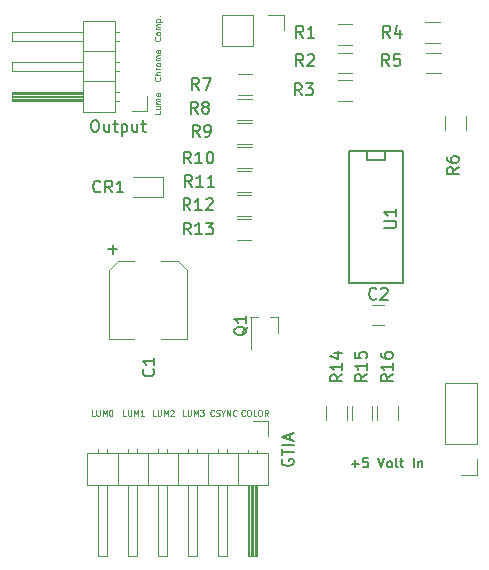
<source format=gbr>
G04 #@! TF.GenerationSoftware,KiCad,Pcbnew,(5.1.4)-1*
G04 #@! TF.CreationDate,2021-01-18T22:47:00+01:00*
G04 #@! TF.ProjectId,Atari XL s-video,41746172-6920-4584-9c20-732d76696465,rev?*
G04 #@! TF.SameCoordinates,Original*
G04 #@! TF.FileFunction,Legend,Top*
G04 #@! TF.FilePolarity,Positive*
%FSLAX46Y46*%
G04 Gerber Fmt 4.6, Leading zero omitted, Abs format (unit mm)*
G04 Created by KiCad (PCBNEW (5.1.4)-1) date 2021-01-18 22:47:00*
%MOMM*%
%LPD*%
G04 APERTURE LIST*
%ADD10C,0.200000*%
%ADD11C,0.125000*%
%ADD12C,0.120000*%
%ADD13C,0.150000*%
G04 APERTURE END LIST*
D10*
X193884923Y-94773742D02*
X194494447Y-94773742D01*
X194189685Y-95078504D02*
X194189685Y-94468980D01*
X195256352Y-94278504D02*
X194875400Y-94278504D01*
X194837304Y-94659457D01*
X194875400Y-94621361D01*
X194951590Y-94583266D01*
X195142066Y-94583266D01*
X195218257Y-94621361D01*
X195256352Y-94659457D01*
X195294447Y-94735647D01*
X195294447Y-94926123D01*
X195256352Y-95002314D01*
X195218257Y-95040409D01*
X195142066Y-95078504D01*
X194951590Y-95078504D01*
X194875400Y-95040409D01*
X194837304Y-95002314D01*
X196132542Y-94278504D02*
X196399209Y-95078504D01*
X196665876Y-94278504D01*
X197046828Y-95078504D02*
X196970638Y-95040409D01*
X196932542Y-95002314D01*
X196894447Y-94926123D01*
X196894447Y-94697552D01*
X196932542Y-94621361D01*
X196970638Y-94583266D01*
X197046828Y-94545171D01*
X197161114Y-94545171D01*
X197237304Y-94583266D01*
X197275400Y-94621361D01*
X197313495Y-94697552D01*
X197313495Y-94926123D01*
X197275400Y-95002314D01*
X197237304Y-95040409D01*
X197161114Y-95078504D01*
X197046828Y-95078504D01*
X197770638Y-95078504D02*
X197694447Y-95040409D01*
X197656352Y-94964219D01*
X197656352Y-94278504D01*
X197961114Y-94545171D02*
X198265876Y-94545171D01*
X198075400Y-94278504D02*
X198075400Y-94964219D01*
X198113495Y-95040409D01*
X198189685Y-95078504D01*
X198265876Y-95078504D01*
X199142066Y-95078504D02*
X199142066Y-94278504D01*
X199523019Y-94545171D02*
X199523019Y-95078504D01*
X199523019Y-94621361D02*
X199561114Y-94583266D01*
X199637304Y-94545171D01*
X199751590Y-94545171D01*
X199827780Y-94583266D01*
X199865876Y-94659457D01*
X199865876Y-95078504D01*
D11*
X177648371Y-58662000D02*
X177672180Y-58685809D01*
X177695990Y-58757238D01*
X177695990Y-58804857D01*
X177672180Y-58876285D01*
X177624561Y-58923904D01*
X177576942Y-58947714D01*
X177481704Y-58971523D01*
X177410276Y-58971523D01*
X177315038Y-58947714D01*
X177267419Y-58923904D01*
X177219800Y-58876285D01*
X177195990Y-58804857D01*
X177195990Y-58757238D01*
X177219800Y-58685809D01*
X177243609Y-58662000D01*
X177695990Y-58376285D02*
X177672180Y-58423904D01*
X177648371Y-58447714D01*
X177600752Y-58471523D01*
X177457895Y-58471523D01*
X177410276Y-58447714D01*
X177386466Y-58423904D01*
X177362657Y-58376285D01*
X177362657Y-58304857D01*
X177386466Y-58257238D01*
X177410276Y-58233428D01*
X177457895Y-58209619D01*
X177600752Y-58209619D01*
X177648371Y-58233428D01*
X177672180Y-58257238D01*
X177695990Y-58304857D01*
X177695990Y-58376285D01*
X177695990Y-57995333D02*
X177362657Y-57995333D01*
X177410276Y-57995333D02*
X177386466Y-57971523D01*
X177362657Y-57923904D01*
X177362657Y-57852476D01*
X177386466Y-57804857D01*
X177434085Y-57781047D01*
X177695990Y-57781047D01*
X177434085Y-57781047D02*
X177386466Y-57757238D01*
X177362657Y-57709619D01*
X177362657Y-57638190D01*
X177386466Y-57590571D01*
X177434085Y-57566761D01*
X177695990Y-57566761D01*
X177362657Y-57328666D02*
X177862657Y-57328666D01*
X177386466Y-57328666D02*
X177362657Y-57281047D01*
X177362657Y-57185809D01*
X177386466Y-57138190D01*
X177410276Y-57114380D01*
X177457895Y-57090571D01*
X177600752Y-57090571D01*
X177648371Y-57114380D01*
X177672180Y-57138190D01*
X177695990Y-57185809D01*
X177695990Y-57281047D01*
X177672180Y-57328666D01*
X177648371Y-56876285D02*
X177672180Y-56852476D01*
X177695990Y-56876285D01*
X177672180Y-56900095D01*
X177648371Y-56876285D01*
X177695990Y-56876285D01*
X177648371Y-62048104D02*
X177672180Y-62071914D01*
X177695990Y-62143342D01*
X177695990Y-62190961D01*
X177672180Y-62262390D01*
X177624561Y-62310009D01*
X177576942Y-62333819D01*
X177481704Y-62357628D01*
X177410276Y-62357628D01*
X177315038Y-62333819D01*
X177267419Y-62310009D01*
X177219800Y-62262390D01*
X177195990Y-62190961D01*
X177195990Y-62143342D01*
X177219800Y-62071914D01*
X177243609Y-62048104D01*
X177695990Y-61833819D02*
X177195990Y-61833819D01*
X177695990Y-61619533D02*
X177434085Y-61619533D01*
X177386466Y-61643342D01*
X177362657Y-61690961D01*
X177362657Y-61762390D01*
X177386466Y-61810009D01*
X177410276Y-61833819D01*
X177695990Y-61381438D02*
X177362657Y-61381438D01*
X177457895Y-61381438D02*
X177410276Y-61357628D01*
X177386466Y-61333819D01*
X177362657Y-61286200D01*
X177362657Y-61238580D01*
X177695990Y-61000485D02*
X177672180Y-61048104D01*
X177648371Y-61071914D01*
X177600752Y-61095723D01*
X177457895Y-61095723D01*
X177410276Y-61071914D01*
X177386466Y-61048104D01*
X177362657Y-61000485D01*
X177362657Y-60929057D01*
X177386466Y-60881438D01*
X177410276Y-60857628D01*
X177457895Y-60833819D01*
X177600752Y-60833819D01*
X177648371Y-60857628D01*
X177672180Y-60881438D01*
X177695990Y-60929057D01*
X177695990Y-61000485D01*
X177695990Y-60619533D02*
X177362657Y-60619533D01*
X177410276Y-60619533D02*
X177386466Y-60595723D01*
X177362657Y-60548104D01*
X177362657Y-60476676D01*
X177386466Y-60429057D01*
X177434085Y-60405247D01*
X177695990Y-60405247D01*
X177434085Y-60405247D02*
X177386466Y-60381438D01*
X177362657Y-60333819D01*
X177362657Y-60262390D01*
X177386466Y-60214771D01*
X177434085Y-60190961D01*
X177695990Y-60190961D01*
X177695990Y-59738580D02*
X177434085Y-59738580D01*
X177386466Y-59762390D01*
X177362657Y-59810009D01*
X177362657Y-59905247D01*
X177386466Y-59952866D01*
X177672180Y-59738580D02*
X177695990Y-59786200D01*
X177695990Y-59905247D01*
X177672180Y-59952866D01*
X177624561Y-59976676D01*
X177576942Y-59976676D01*
X177529323Y-59952866D01*
X177505514Y-59905247D01*
X177505514Y-59786200D01*
X177481704Y-59738580D01*
X177695990Y-64892952D02*
X177695990Y-65131047D01*
X177195990Y-65131047D01*
X177362657Y-64512000D02*
X177695990Y-64512000D01*
X177362657Y-64726285D02*
X177624561Y-64726285D01*
X177672180Y-64702476D01*
X177695990Y-64654857D01*
X177695990Y-64583428D01*
X177672180Y-64535809D01*
X177648371Y-64512000D01*
X177695990Y-64273904D02*
X177362657Y-64273904D01*
X177410276Y-64273904D02*
X177386466Y-64250095D01*
X177362657Y-64202476D01*
X177362657Y-64131047D01*
X177386466Y-64083428D01*
X177434085Y-64059619D01*
X177695990Y-64059619D01*
X177434085Y-64059619D02*
X177386466Y-64035809D01*
X177362657Y-63988190D01*
X177362657Y-63916761D01*
X177386466Y-63869142D01*
X177434085Y-63845333D01*
X177695990Y-63845333D01*
X177695990Y-63392952D02*
X177434085Y-63392952D01*
X177386466Y-63416761D01*
X177362657Y-63464380D01*
X177362657Y-63559619D01*
X177386466Y-63607238D01*
X177672180Y-63392952D02*
X177695990Y-63440571D01*
X177695990Y-63559619D01*
X177672180Y-63607238D01*
X177624561Y-63631047D01*
X177576942Y-63631047D01*
X177529323Y-63607238D01*
X177505514Y-63559619D01*
X177505514Y-63440571D01*
X177481704Y-63392952D01*
X184852571Y-90678771D02*
X184828761Y-90702580D01*
X184757333Y-90726390D01*
X184709714Y-90726390D01*
X184638285Y-90702580D01*
X184590666Y-90654961D01*
X184566857Y-90607342D01*
X184543047Y-90512104D01*
X184543047Y-90440676D01*
X184566857Y-90345438D01*
X184590666Y-90297819D01*
X184638285Y-90250200D01*
X184709714Y-90226390D01*
X184757333Y-90226390D01*
X184828761Y-90250200D01*
X184852571Y-90274009D01*
X185162095Y-90226390D02*
X185257333Y-90226390D01*
X185304952Y-90250200D01*
X185352571Y-90297819D01*
X185376380Y-90393057D01*
X185376380Y-90559723D01*
X185352571Y-90654961D01*
X185304952Y-90702580D01*
X185257333Y-90726390D01*
X185162095Y-90726390D01*
X185114476Y-90702580D01*
X185066857Y-90654961D01*
X185043047Y-90559723D01*
X185043047Y-90393057D01*
X185066857Y-90297819D01*
X185114476Y-90250200D01*
X185162095Y-90226390D01*
X185828761Y-90726390D02*
X185590666Y-90726390D01*
X185590666Y-90226390D01*
X186090666Y-90226390D02*
X186185904Y-90226390D01*
X186233523Y-90250200D01*
X186281142Y-90297819D01*
X186304952Y-90393057D01*
X186304952Y-90559723D01*
X186281142Y-90654961D01*
X186233523Y-90702580D01*
X186185904Y-90726390D01*
X186090666Y-90726390D01*
X186043047Y-90702580D01*
X185995428Y-90654961D01*
X185971619Y-90559723D01*
X185971619Y-90393057D01*
X185995428Y-90297819D01*
X186043047Y-90250200D01*
X186090666Y-90226390D01*
X186804952Y-90726390D02*
X186638285Y-90488295D01*
X186519238Y-90726390D02*
X186519238Y-90226390D01*
X186709714Y-90226390D01*
X186757333Y-90250200D01*
X186781142Y-90274009D01*
X186804952Y-90321628D01*
X186804952Y-90393057D01*
X186781142Y-90440676D01*
X186757333Y-90464485D01*
X186709714Y-90488295D01*
X186519238Y-90488295D01*
X182222876Y-90678771D02*
X182199066Y-90702580D01*
X182127638Y-90726390D01*
X182080019Y-90726390D01*
X182008590Y-90702580D01*
X181960971Y-90654961D01*
X181937161Y-90607342D01*
X181913352Y-90512104D01*
X181913352Y-90440676D01*
X181937161Y-90345438D01*
X181960971Y-90297819D01*
X182008590Y-90250200D01*
X182080019Y-90226390D01*
X182127638Y-90226390D01*
X182199066Y-90250200D01*
X182222876Y-90274009D01*
X182413352Y-90702580D02*
X182484780Y-90726390D01*
X182603828Y-90726390D01*
X182651447Y-90702580D01*
X182675257Y-90678771D01*
X182699066Y-90631152D01*
X182699066Y-90583533D01*
X182675257Y-90535914D01*
X182651447Y-90512104D01*
X182603828Y-90488295D01*
X182508590Y-90464485D01*
X182460971Y-90440676D01*
X182437161Y-90416866D01*
X182413352Y-90369247D01*
X182413352Y-90321628D01*
X182437161Y-90274009D01*
X182460971Y-90250200D01*
X182508590Y-90226390D01*
X182627638Y-90226390D01*
X182699066Y-90250200D01*
X183008590Y-90488295D02*
X183008590Y-90726390D01*
X182841923Y-90226390D02*
X183008590Y-90488295D01*
X183175257Y-90226390D01*
X183341923Y-90726390D02*
X183341923Y-90226390D01*
X183627638Y-90726390D01*
X183627638Y-90226390D01*
X184151447Y-90678771D02*
X184127638Y-90702580D01*
X184056209Y-90726390D01*
X184008590Y-90726390D01*
X183937161Y-90702580D01*
X183889542Y-90654961D01*
X183865733Y-90607342D01*
X183841923Y-90512104D01*
X183841923Y-90440676D01*
X183865733Y-90345438D01*
X183889542Y-90297819D01*
X183937161Y-90250200D01*
X184008590Y-90226390D01*
X184056209Y-90226390D01*
X184127638Y-90250200D01*
X184151447Y-90274009D01*
X179836047Y-90726390D02*
X179597952Y-90726390D01*
X179597952Y-90226390D01*
X180002714Y-90226390D02*
X180002714Y-90631152D01*
X180026523Y-90678771D01*
X180050333Y-90702580D01*
X180097952Y-90726390D01*
X180193190Y-90726390D01*
X180240809Y-90702580D01*
X180264619Y-90678771D01*
X180288428Y-90631152D01*
X180288428Y-90226390D01*
X180526523Y-90726390D02*
X180526523Y-90226390D01*
X180693190Y-90583533D01*
X180859857Y-90226390D01*
X180859857Y-90726390D01*
X181050333Y-90226390D02*
X181359857Y-90226390D01*
X181193190Y-90416866D01*
X181264619Y-90416866D01*
X181312238Y-90440676D01*
X181336047Y-90464485D01*
X181359857Y-90512104D01*
X181359857Y-90631152D01*
X181336047Y-90678771D01*
X181312238Y-90702580D01*
X181264619Y-90726390D01*
X181121761Y-90726390D01*
X181074142Y-90702580D01*
X181050333Y-90678771D01*
X177296047Y-90726390D02*
X177057952Y-90726390D01*
X177057952Y-90226390D01*
X177462714Y-90226390D02*
X177462714Y-90631152D01*
X177486523Y-90678771D01*
X177510333Y-90702580D01*
X177557952Y-90726390D01*
X177653190Y-90726390D01*
X177700809Y-90702580D01*
X177724619Y-90678771D01*
X177748428Y-90631152D01*
X177748428Y-90226390D01*
X177986523Y-90726390D02*
X177986523Y-90226390D01*
X178153190Y-90583533D01*
X178319857Y-90226390D01*
X178319857Y-90726390D01*
X178534142Y-90274009D02*
X178557952Y-90250200D01*
X178605571Y-90226390D01*
X178724619Y-90226390D01*
X178772238Y-90250200D01*
X178796047Y-90274009D01*
X178819857Y-90321628D01*
X178819857Y-90369247D01*
X178796047Y-90440676D01*
X178510333Y-90726390D01*
X178819857Y-90726390D01*
X174781447Y-90726390D02*
X174543352Y-90726390D01*
X174543352Y-90226390D01*
X174948114Y-90226390D02*
X174948114Y-90631152D01*
X174971923Y-90678771D01*
X174995733Y-90702580D01*
X175043352Y-90726390D01*
X175138590Y-90726390D01*
X175186209Y-90702580D01*
X175210019Y-90678771D01*
X175233828Y-90631152D01*
X175233828Y-90226390D01*
X175471923Y-90726390D02*
X175471923Y-90226390D01*
X175638590Y-90583533D01*
X175805257Y-90226390D01*
X175805257Y-90726390D01*
X176305257Y-90726390D02*
X176019542Y-90726390D01*
X176162400Y-90726390D02*
X176162400Y-90226390D01*
X176114780Y-90297819D01*
X176067161Y-90345438D01*
X176019542Y-90369247D01*
X172114447Y-90726390D02*
X171876352Y-90726390D01*
X171876352Y-90226390D01*
X172281114Y-90226390D02*
X172281114Y-90631152D01*
X172304923Y-90678771D01*
X172328733Y-90702580D01*
X172376352Y-90726390D01*
X172471590Y-90726390D01*
X172519209Y-90702580D01*
X172543019Y-90678771D01*
X172566828Y-90631152D01*
X172566828Y-90226390D01*
X172804923Y-90726390D02*
X172804923Y-90226390D01*
X172971590Y-90583533D01*
X173138257Y-90226390D01*
X173138257Y-90726390D01*
X173471590Y-90226390D02*
X173519209Y-90226390D01*
X173566828Y-90250200D01*
X173590638Y-90274009D01*
X173614447Y-90321628D01*
X173638257Y-90416866D01*
X173638257Y-90535914D01*
X173614447Y-90631152D01*
X173590638Y-90678771D01*
X173566828Y-90702580D01*
X173519209Y-90726390D01*
X173471590Y-90726390D01*
X173423971Y-90702580D01*
X173400161Y-90678771D01*
X173376352Y-90631152D01*
X173352542Y-90535914D01*
X173352542Y-90416866D01*
X173376352Y-90321628D01*
X173400161Y-90274009D01*
X173423971Y-90250200D01*
X173471590Y-90226390D01*
D12*
X186826000Y-93896000D02*
X171466000Y-93896000D01*
X171466000Y-93896000D02*
X171466000Y-96556000D01*
X171466000Y-96556000D02*
X186826000Y-96556000D01*
X186826000Y-96556000D02*
X186826000Y-93896000D01*
X185876000Y-96556000D02*
X185876000Y-102556000D01*
X185876000Y-102556000D02*
X185116000Y-102556000D01*
X185116000Y-102556000D02*
X185116000Y-96556000D01*
X185816000Y-96556000D02*
X185816000Y-102556000D01*
X185696000Y-96556000D02*
X185696000Y-102556000D01*
X185576000Y-96556000D02*
X185576000Y-102556000D01*
X185456000Y-96556000D02*
X185456000Y-102556000D01*
X185336000Y-96556000D02*
X185336000Y-102556000D01*
X185216000Y-96556000D02*
X185216000Y-102556000D01*
X185876000Y-93566000D02*
X185876000Y-93896000D01*
X185116000Y-93566000D02*
X185116000Y-93896000D01*
X184226000Y-93896000D02*
X184226000Y-96556000D01*
X183336000Y-96556000D02*
X183336000Y-102556000D01*
X183336000Y-102556000D02*
X182576000Y-102556000D01*
X182576000Y-102556000D02*
X182576000Y-96556000D01*
X183336000Y-93498929D02*
X183336000Y-93896000D01*
X182576000Y-93498929D02*
X182576000Y-93896000D01*
X181686000Y-93896000D02*
X181686000Y-96556000D01*
X180796000Y-96556000D02*
X180796000Y-102556000D01*
X180796000Y-102556000D02*
X180036000Y-102556000D01*
X180036000Y-102556000D02*
X180036000Y-96556000D01*
X180796000Y-93498929D02*
X180796000Y-93896000D01*
X180036000Y-93498929D02*
X180036000Y-93896000D01*
X179146000Y-93896000D02*
X179146000Y-96556000D01*
X178256000Y-96556000D02*
X178256000Y-102556000D01*
X178256000Y-102556000D02*
X177496000Y-102556000D01*
X177496000Y-102556000D02*
X177496000Y-96556000D01*
X178256000Y-93498929D02*
X178256000Y-93896000D01*
X177496000Y-93498929D02*
X177496000Y-93896000D01*
X176606000Y-93896000D02*
X176606000Y-96556000D01*
X175716000Y-96556000D02*
X175716000Y-102556000D01*
X175716000Y-102556000D02*
X174956000Y-102556000D01*
X174956000Y-102556000D02*
X174956000Y-96556000D01*
X175716000Y-93498929D02*
X175716000Y-93896000D01*
X174956000Y-93498929D02*
X174956000Y-93896000D01*
X174066000Y-93896000D02*
X174066000Y-96556000D01*
X173176000Y-96556000D02*
X173176000Y-102556000D01*
X173176000Y-102556000D02*
X172416000Y-102556000D01*
X172416000Y-102556000D02*
X172416000Y-96556000D01*
X173176000Y-93498929D02*
X173176000Y-93896000D01*
X172416000Y-93498929D02*
X172416000Y-93896000D01*
X185496000Y-91186000D02*
X186766000Y-91186000D01*
X186766000Y-91186000D02*
X186766000Y-92456000D01*
X173820000Y-64982400D02*
X173820000Y-57242400D01*
X173820000Y-57242400D02*
X171160000Y-57242400D01*
X171160000Y-57242400D02*
X171160000Y-64982400D01*
X171160000Y-64982400D02*
X173820000Y-64982400D01*
X171160000Y-64032400D02*
X165160000Y-64032400D01*
X165160000Y-64032400D02*
X165160000Y-63272400D01*
X165160000Y-63272400D02*
X171160000Y-63272400D01*
X171160000Y-63972400D02*
X165160000Y-63972400D01*
X171160000Y-63852400D02*
X165160000Y-63852400D01*
X171160000Y-63732400D02*
X165160000Y-63732400D01*
X171160000Y-63612400D02*
X165160000Y-63612400D01*
X171160000Y-63492400D02*
X165160000Y-63492400D01*
X171160000Y-63372400D02*
X165160000Y-63372400D01*
X174150000Y-64032400D02*
X173820000Y-64032400D01*
X174150000Y-63272400D02*
X173820000Y-63272400D01*
X173820000Y-62382400D02*
X171160000Y-62382400D01*
X171160000Y-61492400D02*
X165160000Y-61492400D01*
X165160000Y-61492400D02*
X165160000Y-60732400D01*
X165160000Y-60732400D02*
X171160000Y-60732400D01*
X174217071Y-61492400D02*
X173820000Y-61492400D01*
X174217071Y-60732400D02*
X173820000Y-60732400D01*
X173820000Y-59842400D02*
X171160000Y-59842400D01*
X171160000Y-58952400D02*
X165160000Y-58952400D01*
X165160000Y-58952400D02*
X165160000Y-58192400D01*
X165160000Y-58192400D02*
X171160000Y-58192400D01*
X174217071Y-58952400D02*
X173820000Y-58952400D01*
X174217071Y-58192400D02*
X173820000Y-58192400D01*
X176530000Y-63652400D02*
X176530000Y-64922400D01*
X176530000Y-64922400D02*
X175260000Y-64922400D01*
X204479000Y-87951000D02*
X201819000Y-87951000D01*
X204479000Y-93091000D02*
X204479000Y-87951000D01*
X201819000Y-93091000D02*
X201819000Y-87951000D01*
X204479000Y-93091000D02*
X201819000Y-93091000D01*
X204479000Y-94361000D02*
X204479000Y-95691000D01*
X204479000Y-95691000D02*
X203149000Y-95691000D01*
X188122000Y-56734400D02*
X188122000Y-58064400D01*
X186792000Y-56734400D02*
X188122000Y-56734400D01*
X185522000Y-56734400D02*
X185522000Y-59394400D01*
X185522000Y-59394400D02*
X182922000Y-59394400D01*
X185522000Y-56734400D02*
X182922000Y-56734400D01*
X182922000Y-56734400D02*
X182922000Y-59394400D01*
X179906000Y-78333600D02*
X179906000Y-84173600D01*
X179146000Y-77573600D02*
X179906000Y-78333600D01*
X173306000Y-78333600D02*
X174066000Y-77573600D01*
X173306000Y-84173600D02*
X173306000Y-78333600D01*
X179146000Y-77573600D02*
X177726000Y-77573600D01*
X174066000Y-77573600D02*
X175486000Y-77573600D01*
X179906000Y-84173600D02*
X177726000Y-84173600D01*
X173306000Y-84173600D02*
X175486000Y-84173600D01*
X195639000Y-83019000D02*
X196639000Y-83019000D01*
X196639000Y-81319000D02*
X195639000Y-81319000D01*
X177903000Y-72173200D02*
X175353000Y-72173200D01*
X177903000Y-70473200D02*
X175353000Y-70473200D01*
X177903000Y-72173200D02*
X177903000Y-70473200D01*
X187647000Y-83733000D02*
X187647000Y-82323000D01*
X185327000Y-82323000D02*
X185327000Y-85058000D01*
X185317000Y-82323000D02*
X185987000Y-82323000D01*
X186987000Y-82323000D02*
X187647000Y-82323000D01*
X192694000Y-57514600D02*
X193894000Y-57514600D01*
X193894000Y-59274600D02*
X192694000Y-59274600D01*
X193894000Y-61713000D02*
X192694000Y-61713000D01*
X192694000Y-59953000D02*
X193894000Y-59953000D01*
X192694000Y-62315200D02*
X193894000Y-62315200D01*
X193894000Y-64075200D02*
X192694000Y-64075200D01*
X201336000Y-59122200D02*
X200136000Y-59122200D01*
X200136000Y-57362200D02*
X201336000Y-57362200D01*
X200212000Y-59953000D02*
X201412000Y-59953000D01*
X201412000Y-61713000D02*
X200212000Y-61713000D01*
X203572000Y-65287600D02*
X203572000Y-66487600D01*
X201812000Y-66487600D02*
X201812000Y-65287600D01*
X184236000Y-61756400D02*
X185436000Y-61756400D01*
X185436000Y-63516400D02*
X184236000Y-63516400D01*
X185410000Y-65624600D02*
X184210000Y-65624600D01*
X184210000Y-63864600D02*
X185410000Y-63864600D01*
X184210000Y-65922000D02*
X185410000Y-65922000D01*
X185410000Y-67682000D02*
X184210000Y-67682000D01*
X185410000Y-69714000D02*
X184210000Y-69714000D01*
X184210000Y-67954000D02*
X185410000Y-67954000D01*
X184185000Y-69960600D02*
X185385000Y-69960600D01*
X185385000Y-71720600D02*
X184185000Y-71720600D01*
X184160000Y-72018000D02*
X185360000Y-72018000D01*
X185360000Y-73778000D02*
X184160000Y-73778000D01*
X185360000Y-75784600D02*
X184160000Y-75784600D01*
X184160000Y-74024600D02*
X185360000Y-74024600D01*
X193514000Y-89853200D02*
X193514000Y-91053200D01*
X191754000Y-91053200D02*
X191754000Y-89853200D01*
X193887000Y-91053200D02*
X193887000Y-89853200D01*
X195647000Y-89853200D02*
X195647000Y-91053200D01*
X197781000Y-89853200D02*
X197781000Y-91053200D01*
X196021000Y-91053200D02*
X196021000Y-89853200D01*
D13*
X198222000Y-68300600D02*
X198222000Y-79476600D01*
X193650000Y-68300600D02*
X198222000Y-68300600D01*
X193650000Y-79476600D02*
X193650000Y-68300600D01*
X198222000Y-79476600D02*
X193650000Y-79476600D01*
X195174000Y-69062600D02*
X195174000Y-68300600D01*
X196698000Y-69062600D02*
X195174000Y-69062600D01*
X196698000Y-68300600D02*
X196698000Y-69062600D01*
X188018600Y-94384714D02*
X187970980Y-94479952D01*
X187970980Y-94622809D01*
X188018600Y-94765666D01*
X188113838Y-94860904D01*
X188209076Y-94908523D01*
X188399552Y-94956142D01*
X188542409Y-94956142D01*
X188732885Y-94908523D01*
X188828123Y-94860904D01*
X188923361Y-94765666D01*
X188970980Y-94622809D01*
X188970980Y-94527571D01*
X188923361Y-94384714D01*
X188875742Y-94337095D01*
X188542409Y-94337095D01*
X188542409Y-94527571D01*
X187970980Y-94051380D02*
X187970980Y-93479952D01*
X188970980Y-93765666D02*
X187970980Y-93765666D01*
X188970980Y-93146619D02*
X187970980Y-93146619D01*
X188685266Y-92718047D02*
X188685266Y-92241857D01*
X188970980Y-92813285D02*
X187970980Y-92479952D01*
X188970980Y-92146619D01*
X172067790Y-65670180D02*
X172258266Y-65670180D01*
X172353504Y-65717800D01*
X172448742Y-65813038D01*
X172496361Y-66003514D01*
X172496361Y-66336847D01*
X172448742Y-66527323D01*
X172353504Y-66622561D01*
X172258266Y-66670180D01*
X172067790Y-66670180D01*
X171972552Y-66622561D01*
X171877314Y-66527323D01*
X171829695Y-66336847D01*
X171829695Y-66003514D01*
X171877314Y-65813038D01*
X171972552Y-65717800D01*
X172067790Y-65670180D01*
X173353504Y-66003514D02*
X173353504Y-66670180D01*
X172924933Y-66003514D02*
X172924933Y-66527323D01*
X172972552Y-66622561D01*
X173067790Y-66670180D01*
X173210647Y-66670180D01*
X173305885Y-66622561D01*
X173353504Y-66574942D01*
X173686838Y-66003514D02*
X174067790Y-66003514D01*
X173829695Y-65670180D02*
X173829695Y-66527323D01*
X173877314Y-66622561D01*
X173972552Y-66670180D01*
X174067790Y-66670180D01*
X174401123Y-66003514D02*
X174401123Y-67003514D01*
X174401123Y-66051133D02*
X174496361Y-66003514D01*
X174686838Y-66003514D01*
X174782076Y-66051133D01*
X174829695Y-66098752D01*
X174877314Y-66193990D01*
X174877314Y-66479704D01*
X174829695Y-66574942D01*
X174782076Y-66622561D01*
X174686838Y-66670180D01*
X174496361Y-66670180D01*
X174401123Y-66622561D01*
X175734457Y-66003514D02*
X175734457Y-66670180D01*
X175305885Y-66003514D02*
X175305885Y-66527323D01*
X175353504Y-66622561D01*
X175448742Y-66670180D01*
X175591600Y-66670180D01*
X175686838Y-66622561D01*
X175734457Y-66574942D01*
X176067790Y-66003514D02*
X176448742Y-66003514D01*
X176210647Y-65670180D02*
X176210647Y-66527323D01*
X176258266Y-66622561D01*
X176353504Y-66670180D01*
X176448742Y-66670180D01*
X177090142Y-86755266D02*
X177137761Y-86802885D01*
X177185380Y-86945742D01*
X177185380Y-87040980D01*
X177137761Y-87183838D01*
X177042523Y-87279076D01*
X176947285Y-87326695D01*
X176756809Y-87374314D01*
X176613952Y-87374314D01*
X176423476Y-87326695D01*
X176328238Y-87279076D01*
X176233000Y-87183838D01*
X176185380Y-87040980D01*
X176185380Y-86945742D01*
X176233000Y-86802885D01*
X176280619Y-86755266D01*
X177185380Y-85802885D02*
X177185380Y-86374314D01*
X177185380Y-86088600D02*
X176185380Y-86088600D01*
X176328238Y-86183838D01*
X176423476Y-86279076D01*
X176471095Y-86374314D01*
X173667428Y-76974552D02*
X173667428Y-76212647D01*
X174048380Y-76593600D02*
X173286476Y-76593600D01*
X195972333Y-80776142D02*
X195924714Y-80823761D01*
X195781857Y-80871380D01*
X195686619Y-80871380D01*
X195543761Y-80823761D01*
X195448523Y-80728523D01*
X195400904Y-80633285D01*
X195353285Y-80442809D01*
X195353285Y-80299952D01*
X195400904Y-80109476D01*
X195448523Y-80014238D01*
X195543761Y-79919000D01*
X195686619Y-79871380D01*
X195781857Y-79871380D01*
X195924714Y-79919000D01*
X195972333Y-79966619D01*
X196353285Y-79966619D02*
X196400904Y-79919000D01*
X196496142Y-79871380D01*
X196734238Y-79871380D01*
X196829476Y-79919000D01*
X196877095Y-79966619D01*
X196924714Y-80061857D01*
X196924714Y-80157095D01*
X196877095Y-80299952D01*
X196305666Y-80871380D01*
X196924714Y-80871380D01*
X172612133Y-71705742D02*
X172564514Y-71753361D01*
X172421657Y-71800980D01*
X172326419Y-71800980D01*
X172183561Y-71753361D01*
X172088323Y-71658123D01*
X172040704Y-71562885D01*
X171993085Y-71372409D01*
X171993085Y-71229552D01*
X172040704Y-71039076D01*
X172088323Y-70943838D01*
X172183561Y-70848600D01*
X172326419Y-70800980D01*
X172421657Y-70800980D01*
X172564514Y-70848600D01*
X172612133Y-70896219D01*
X173612133Y-71800980D02*
X173278800Y-71324790D01*
X173040704Y-71800980D02*
X173040704Y-70800980D01*
X173421657Y-70800980D01*
X173516895Y-70848600D01*
X173564514Y-70896219D01*
X173612133Y-70991457D01*
X173612133Y-71134314D01*
X173564514Y-71229552D01*
X173516895Y-71277171D01*
X173421657Y-71324790D01*
X173040704Y-71324790D01*
X174564514Y-71800980D02*
X173993085Y-71800980D01*
X174278800Y-71800980D02*
X174278800Y-70800980D01*
X174183561Y-70943838D01*
X174088323Y-71039076D01*
X173993085Y-71086695D01*
X185034619Y-83153238D02*
X184987000Y-83248476D01*
X184891761Y-83343714D01*
X184748904Y-83486571D01*
X184701285Y-83581809D01*
X184701285Y-83677047D01*
X184939380Y-83629428D02*
X184891761Y-83724666D01*
X184796523Y-83819904D01*
X184606047Y-83867523D01*
X184272714Y-83867523D01*
X184082238Y-83819904D01*
X183987000Y-83724666D01*
X183939380Y-83629428D01*
X183939380Y-83438952D01*
X183987000Y-83343714D01*
X184082238Y-83248476D01*
X184272714Y-83200857D01*
X184606047Y-83200857D01*
X184796523Y-83248476D01*
X184891761Y-83343714D01*
X184939380Y-83438952D01*
X184939380Y-83629428D01*
X184939380Y-82248476D02*
X184939380Y-82819904D01*
X184939380Y-82534190D02*
X183939380Y-82534190D01*
X184082238Y-82629428D01*
X184177476Y-82724666D01*
X184225095Y-82819904D01*
X189774533Y-58694580D02*
X189441200Y-58218390D01*
X189203104Y-58694580D02*
X189203104Y-57694580D01*
X189584057Y-57694580D01*
X189679295Y-57742200D01*
X189726914Y-57789819D01*
X189774533Y-57885057D01*
X189774533Y-58027914D01*
X189726914Y-58123152D01*
X189679295Y-58170771D01*
X189584057Y-58218390D01*
X189203104Y-58218390D01*
X190726914Y-58694580D02*
X190155485Y-58694580D01*
X190441200Y-58694580D02*
X190441200Y-57694580D01*
X190345961Y-57837438D01*
X190250723Y-57932676D01*
X190155485Y-57980295D01*
X189774533Y-61082180D02*
X189441200Y-60605990D01*
X189203104Y-61082180D02*
X189203104Y-60082180D01*
X189584057Y-60082180D01*
X189679295Y-60129800D01*
X189726914Y-60177419D01*
X189774533Y-60272657D01*
X189774533Y-60415514D01*
X189726914Y-60510752D01*
X189679295Y-60558371D01*
X189584057Y-60605990D01*
X189203104Y-60605990D01*
X190155485Y-60177419D02*
X190203104Y-60129800D01*
X190298342Y-60082180D01*
X190536438Y-60082180D01*
X190631676Y-60129800D01*
X190679295Y-60177419D01*
X190726914Y-60272657D01*
X190726914Y-60367895D01*
X190679295Y-60510752D01*
X190107866Y-61082180D01*
X190726914Y-61082180D01*
X189647533Y-63571380D02*
X189314200Y-63095190D01*
X189076104Y-63571380D02*
X189076104Y-62571380D01*
X189457057Y-62571380D01*
X189552295Y-62619000D01*
X189599914Y-62666619D01*
X189647533Y-62761857D01*
X189647533Y-62904714D01*
X189599914Y-62999952D01*
X189552295Y-63047571D01*
X189457057Y-63095190D01*
X189076104Y-63095190D01*
X189980866Y-62571380D02*
X190599914Y-62571380D01*
X190266580Y-62952333D01*
X190409438Y-62952333D01*
X190504676Y-62999952D01*
X190552295Y-63047571D01*
X190599914Y-63142809D01*
X190599914Y-63380904D01*
X190552295Y-63476142D01*
X190504676Y-63523761D01*
X190409438Y-63571380D01*
X190123723Y-63571380D01*
X190028485Y-63523761D01*
X189980866Y-63476142D01*
X197140333Y-58694580D02*
X196807000Y-58218390D01*
X196568904Y-58694580D02*
X196568904Y-57694580D01*
X196949857Y-57694580D01*
X197045095Y-57742200D01*
X197092714Y-57789819D01*
X197140333Y-57885057D01*
X197140333Y-58027914D01*
X197092714Y-58123152D01*
X197045095Y-58170771D01*
X196949857Y-58218390D01*
X196568904Y-58218390D01*
X197997476Y-58027914D02*
X197997476Y-58694580D01*
X197759380Y-57646961D02*
X197521285Y-58361247D01*
X198140333Y-58361247D01*
X197063933Y-61082180D02*
X196730600Y-60605990D01*
X196492504Y-61082180D02*
X196492504Y-60082180D01*
X196873457Y-60082180D01*
X196968695Y-60129800D01*
X197016314Y-60177419D01*
X197063933Y-60272657D01*
X197063933Y-60415514D01*
X197016314Y-60510752D01*
X196968695Y-60558371D01*
X196873457Y-60605990D01*
X196492504Y-60605990D01*
X197968695Y-60082180D02*
X197492504Y-60082180D01*
X197444885Y-60558371D01*
X197492504Y-60510752D01*
X197587742Y-60463133D01*
X197825838Y-60463133D01*
X197921076Y-60510752D01*
X197968695Y-60558371D01*
X198016314Y-60653609D01*
X198016314Y-60891704D01*
X197968695Y-60986942D01*
X197921076Y-61034561D01*
X197825838Y-61082180D01*
X197587742Y-61082180D01*
X197492504Y-61034561D01*
X197444885Y-60986942D01*
X202941180Y-69661066D02*
X202464990Y-69994400D01*
X202941180Y-70232495D02*
X201941180Y-70232495D01*
X201941180Y-69851542D01*
X201988800Y-69756304D01*
X202036419Y-69708685D01*
X202131657Y-69661066D01*
X202274514Y-69661066D01*
X202369752Y-69708685D01*
X202417371Y-69756304D01*
X202464990Y-69851542D01*
X202464990Y-70232495D01*
X201941180Y-68803923D02*
X201941180Y-68994400D01*
X201988800Y-69089638D01*
X202036419Y-69137257D01*
X202179276Y-69232495D01*
X202369752Y-69280114D01*
X202750704Y-69280114D01*
X202845942Y-69232495D01*
X202893561Y-69184876D01*
X202941180Y-69089638D01*
X202941180Y-68899161D01*
X202893561Y-68803923D01*
X202845942Y-68756304D01*
X202750704Y-68708685D01*
X202512609Y-68708685D01*
X202417371Y-68756304D01*
X202369752Y-68803923D01*
X202322133Y-68899161D01*
X202322133Y-69089638D01*
X202369752Y-69184876D01*
X202417371Y-69232495D01*
X202512609Y-69280114D01*
X180960933Y-63088780D02*
X180627600Y-62612590D01*
X180389504Y-63088780D02*
X180389504Y-62088780D01*
X180770457Y-62088780D01*
X180865695Y-62136400D01*
X180913314Y-62184019D01*
X180960933Y-62279257D01*
X180960933Y-62422114D01*
X180913314Y-62517352D01*
X180865695Y-62564971D01*
X180770457Y-62612590D01*
X180389504Y-62612590D01*
X181294266Y-62088780D02*
X181960933Y-62088780D01*
X181532361Y-63088780D01*
X180858733Y-65120780D02*
X180525400Y-64644590D01*
X180287304Y-65120780D02*
X180287304Y-64120780D01*
X180668257Y-64120780D01*
X180763495Y-64168400D01*
X180811114Y-64216019D01*
X180858733Y-64311257D01*
X180858733Y-64454114D01*
X180811114Y-64549352D01*
X180763495Y-64596971D01*
X180668257Y-64644590D01*
X180287304Y-64644590D01*
X181430161Y-64549352D02*
X181334923Y-64501733D01*
X181287304Y-64454114D01*
X181239685Y-64358876D01*
X181239685Y-64311257D01*
X181287304Y-64216019D01*
X181334923Y-64168400D01*
X181430161Y-64120780D01*
X181620638Y-64120780D01*
X181715876Y-64168400D01*
X181763495Y-64216019D01*
X181811114Y-64311257D01*
X181811114Y-64358876D01*
X181763495Y-64454114D01*
X181715876Y-64501733D01*
X181620638Y-64549352D01*
X181430161Y-64549352D01*
X181334923Y-64596971D01*
X181287304Y-64644590D01*
X181239685Y-64739828D01*
X181239685Y-64930304D01*
X181287304Y-65025542D01*
X181334923Y-65073161D01*
X181430161Y-65120780D01*
X181620638Y-65120780D01*
X181715876Y-65073161D01*
X181763495Y-65025542D01*
X181811114Y-64930304D01*
X181811114Y-64739828D01*
X181763495Y-64644590D01*
X181715876Y-64596971D01*
X181620638Y-64549352D01*
X181011133Y-67101980D02*
X180677800Y-66625790D01*
X180439704Y-67101980D02*
X180439704Y-66101980D01*
X180820657Y-66101980D01*
X180915895Y-66149600D01*
X180963514Y-66197219D01*
X181011133Y-66292457D01*
X181011133Y-66435314D01*
X180963514Y-66530552D01*
X180915895Y-66578171D01*
X180820657Y-66625790D01*
X180439704Y-66625790D01*
X181487323Y-67101980D02*
X181677800Y-67101980D01*
X181773038Y-67054361D01*
X181820657Y-67006742D01*
X181915895Y-66863885D01*
X181963514Y-66673409D01*
X181963514Y-66292457D01*
X181915895Y-66197219D01*
X181868276Y-66149600D01*
X181773038Y-66101980D01*
X181582561Y-66101980D01*
X181487323Y-66149600D01*
X181439704Y-66197219D01*
X181392085Y-66292457D01*
X181392085Y-66530552D01*
X181439704Y-66625790D01*
X181487323Y-66673409D01*
X181582561Y-66721028D01*
X181773038Y-66721028D01*
X181868276Y-66673409D01*
X181915895Y-66625790D01*
X181963514Y-66530552D01*
X180280942Y-69337180D02*
X179947609Y-68860990D01*
X179709514Y-69337180D02*
X179709514Y-68337180D01*
X180090466Y-68337180D01*
X180185704Y-68384800D01*
X180233323Y-68432419D01*
X180280942Y-68527657D01*
X180280942Y-68670514D01*
X180233323Y-68765752D01*
X180185704Y-68813371D01*
X180090466Y-68860990D01*
X179709514Y-68860990D01*
X181233323Y-69337180D02*
X180661895Y-69337180D01*
X180947609Y-69337180D02*
X180947609Y-68337180D01*
X180852371Y-68480038D01*
X180757133Y-68575276D01*
X180661895Y-68622895D01*
X181852371Y-68337180D02*
X181947609Y-68337180D01*
X182042847Y-68384800D01*
X182090466Y-68432419D01*
X182138085Y-68527657D01*
X182185704Y-68718133D01*
X182185704Y-68956228D01*
X182138085Y-69146704D01*
X182090466Y-69241942D01*
X182042847Y-69289561D01*
X181947609Y-69337180D01*
X181852371Y-69337180D01*
X181757133Y-69289561D01*
X181709514Y-69241942D01*
X181661895Y-69146704D01*
X181614276Y-68956228D01*
X181614276Y-68718133D01*
X181661895Y-68527657D01*
X181709514Y-68432419D01*
X181757133Y-68384800D01*
X181852371Y-68337180D01*
X180357542Y-71318380D02*
X180024209Y-70842190D01*
X179786114Y-71318380D02*
X179786114Y-70318380D01*
X180167066Y-70318380D01*
X180262304Y-70366000D01*
X180309923Y-70413619D01*
X180357542Y-70508857D01*
X180357542Y-70651714D01*
X180309923Y-70746952D01*
X180262304Y-70794571D01*
X180167066Y-70842190D01*
X179786114Y-70842190D01*
X181309923Y-71318380D02*
X180738495Y-71318380D01*
X181024209Y-71318380D02*
X181024209Y-70318380D01*
X180928971Y-70461238D01*
X180833733Y-70556476D01*
X180738495Y-70604095D01*
X182262304Y-71318380D02*
X181690876Y-71318380D01*
X181976590Y-71318380D02*
X181976590Y-70318380D01*
X181881352Y-70461238D01*
X181786114Y-70556476D01*
X181690876Y-70604095D01*
X180230942Y-73299580D02*
X179897609Y-72823390D01*
X179659514Y-73299580D02*
X179659514Y-72299580D01*
X180040466Y-72299580D01*
X180135704Y-72347200D01*
X180183323Y-72394819D01*
X180230942Y-72490057D01*
X180230942Y-72632914D01*
X180183323Y-72728152D01*
X180135704Y-72775771D01*
X180040466Y-72823390D01*
X179659514Y-72823390D01*
X181183323Y-73299580D02*
X180611895Y-73299580D01*
X180897609Y-73299580D02*
X180897609Y-72299580D01*
X180802371Y-72442438D01*
X180707133Y-72537676D01*
X180611895Y-72585295D01*
X181564276Y-72394819D02*
X181611895Y-72347200D01*
X181707133Y-72299580D01*
X181945228Y-72299580D01*
X182040466Y-72347200D01*
X182088085Y-72394819D01*
X182135704Y-72490057D01*
X182135704Y-72585295D01*
X182088085Y-72728152D01*
X181516657Y-73299580D01*
X182135704Y-73299580D01*
X180256342Y-75356980D02*
X179923009Y-74880790D01*
X179684914Y-75356980D02*
X179684914Y-74356980D01*
X180065866Y-74356980D01*
X180161104Y-74404600D01*
X180208723Y-74452219D01*
X180256342Y-74547457D01*
X180256342Y-74690314D01*
X180208723Y-74785552D01*
X180161104Y-74833171D01*
X180065866Y-74880790D01*
X179684914Y-74880790D01*
X181208723Y-75356980D02*
X180637295Y-75356980D01*
X180923009Y-75356980D02*
X180923009Y-74356980D01*
X180827771Y-74499838D01*
X180732533Y-74595076D01*
X180637295Y-74642695D01*
X181542057Y-74356980D02*
X182161104Y-74356980D01*
X181827771Y-74737933D01*
X181970628Y-74737933D01*
X182065866Y-74785552D01*
X182113485Y-74833171D01*
X182161104Y-74928409D01*
X182161104Y-75166504D01*
X182113485Y-75261742D01*
X182065866Y-75309361D01*
X181970628Y-75356980D01*
X181684914Y-75356980D01*
X181589676Y-75309361D01*
X181542057Y-75261742D01*
X193086380Y-87206057D02*
X192610190Y-87539390D01*
X193086380Y-87777485D02*
X192086380Y-87777485D01*
X192086380Y-87396533D01*
X192134000Y-87301295D01*
X192181619Y-87253676D01*
X192276857Y-87206057D01*
X192419714Y-87206057D01*
X192514952Y-87253676D01*
X192562571Y-87301295D01*
X192610190Y-87396533D01*
X192610190Y-87777485D01*
X193086380Y-86253676D02*
X193086380Y-86825104D01*
X193086380Y-86539390D02*
X192086380Y-86539390D01*
X192229238Y-86634628D01*
X192324476Y-86729866D01*
X192372095Y-86825104D01*
X192419714Y-85396533D02*
X193086380Y-85396533D01*
X192038761Y-85634628D02*
X192753047Y-85872723D01*
X192753047Y-85253676D01*
X195168580Y-87184457D02*
X194692390Y-87517790D01*
X195168580Y-87755885D02*
X194168580Y-87755885D01*
X194168580Y-87374933D01*
X194216200Y-87279695D01*
X194263819Y-87232076D01*
X194359057Y-87184457D01*
X194501914Y-87184457D01*
X194597152Y-87232076D01*
X194644771Y-87279695D01*
X194692390Y-87374933D01*
X194692390Y-87755885D01*
X195168580Y-86232076D02*
X195168580Y-86803504D01*
X195168580Y-86517790D02*
X194168580Y-86517790D01*
X194311438Y-86613028D01*
X194406676Y-86708266D01*
X194454295Y-86803504D01*
X194168580Y-85327314D02*
X194168580Y-85803504D01*
X194644771Y-85851123D01*
X194597152Y-85803504D01*
X194549533Y-85708266D01*
X194549533Y-85470171D01*
X194597152Y-85374933D01*
X194644771Y-85327314D01*
X194740009Y-85279695D01*
X194978104Y-85279695D01*
X195073342Y-85327314D01*
X195120961Y-85374933D01*
X195168580Y-85470171D01*
X195168580Y-85708266D01*
X195120961Y-85803504D01*
X195073342Y-85851123D01*
X197353380Y-87206057D02*
X196877190Y-87539390D01*
X197353380Y-87777485D02*
X196353380Y-87777485D01*
X196353380Y-87396533D01*
X196401000Y-87301295D01*
X196448619Y-87253676D01*
X196543857Y-87206057D01*
X196686714Y-87206057D01*
X196781952Y-87253676D01*
X196829571Y-87301295D01*
X196877190Y-87396533D01*
X196877190Y-87777485D01*
X197353380Y-86253676D02*
X197353380Y-86825104D01*
X197353380Y-86539390D02*
X196353380Y-86539390D01*
X196496238Y-86634628D01*
X196591476Y-86729866D01*
X196639095Y-86825104D01*
X196353380Y-85396533D02*
X196353380Y-85587009D01*
X196401000Y-85682247D01*
X196448619Y-85729866D01*
X196591476Y-85825104D01*
X196781952Y-85872723D01*
X197162904Y-85872723D01*
X197258142Y-85825104D01*
X197305761Y-85777485D01*
X197353380Y-85682247D01*
X197353380Y-85491771D01*
X197305761Y-85396533D01*
X197258142Y-85348914D01*
X197162904Y-85301295D01*
X196924809Y-85301295D01*
X196829571Y-85348914D01*
X196781952Y-85396533D01*
X196734333Y-85491771D01*
X196734333Y-85682247D01*
X196781952Y-85777485D01*
X196829571Y-85825104D01*
X196924809Y-85872723D01*
X196658380Y-74777504D02*
X197467904Y-74777504D01*
X197563142Y-74729885D01*
X197610761Y-74682266D01*
X197658380Y-74587028D01*
X197658380Y-74396552D01*
X197610761Y-74301314D01*
X197563142Y-74253695D01*
X197467904Y-74206076D01*
X196658380Y-74206076D01*
X197658380Y-73206076D02*
X197658380Y-73777504D01*
X197658380Y-73491790D02*
X196658380Y-73491790D01*
X196801238Y-73587028D01*
X196896476Y-73682266D01*
X196944095Y-73777504D01*
M02*

</source>
